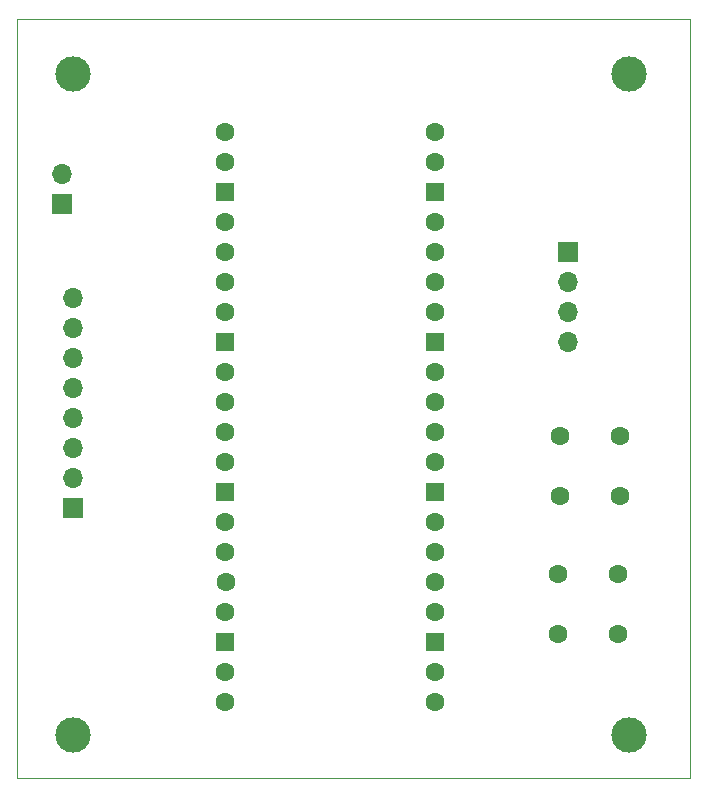
<source format=gbr>
%TF.GenerationSoftware,KiCad,Pcbnew,7.0.10*%
%TF.CreationDate,2024-03-20T10:30:33+05:30*%
%TF.ProjectId,TopSide_PCB,546f7053-6964-4655-9f50-43422e6b6963,rev?*%
%TF.SameCoordinates,Original*%
%TF.FileFunction,Soldermask,Bot*%
%TF.FilePolarity,Negative*%
%FSLAX46Y46*%
G04 Gerber Fmt 4.6, Leading zero omitted, Abs format (unit mm)*
G04 Created by KiCad (PCBNEW 7.0.10) date 2024-03-20 10:30:33*
%MOMM*%
%LPD*%
G01*
G04 APERTURE LIST*
G04 Aperture macros list*
%AMRoundRect*
0 Rectangle with rounded corners*
0 $1 Rounding radius*
0 $2 $3 $4 $5 $6 $7 $8 $9 X,Y pos of 4 corners*
0 Add a 4 corners polygon primitive as box body*
4,1,4,$2,$3,$4,$5,$6,$7,$8,$9,$2,$3,0*
0 Add four circle primitives for the rounded corners*
1,1,$1+$1,$2,$3*
1,1,$1+$1,$4,$5*
1,1,$1+$1,$6,$7*
1,1,$1+$1,$8,$9*
0 Add four rect primitives between the rounded corners*
20,1,$1+$1,$2,$3,$4,$5,0*
20,1,$1+$1,$4,$5,$6,$7,0*
20,1,$1+$1,$6,$7,$8,$9,0*
20,1,$1+$1,$8,$9,$2,$3,0*%
G04 Aperture macros list end*
%ADD10C,3.000000*%
%ADD11C,1.600000*%
%ADD12RoundRect,0.200000X-0.600000X-0.600000X0.600000X-0.600000X0.600000X0.600000X-0.600000X0.600000X0*%
%ADD13R,1.700000X1.700000*%
%ADD14O,1.700000X1.700000*%
%TA.AperFunction,Profile*%
%ADD15C,0.100000*%
%TD*%
G04 APERTURE END LIST*
D10*
%TO.C,H4*%
X154000000Y-26000000D03*
%TD*%
%TO.C,H3*%
X154000000Y-82000000D03*
%TD*%
%TO.C,H2*%
X107000000Y-82000000D03*
%TD*%
%TO.C,H1*%
X107000000Y-26000000D03*
%TD*%
D11*
%TO.C,U1*%
X119837200Y-30886400D03*
X119837200Y-33426400D03*
D12*
X119837200Y-35966400D03*
D11*
X119837200Y-38506400D03*
X119837200Y-41046400D03*
X119837200Y-43586400D03*
X119837200Y-46126400D03*
D12*
X119837200Y-48666400D03*
D11*
X119837200Y-51206400D03*
X119837200Y-53746400D03*
X119837200Y-56286400D03*
X119837200Y-58826400D03*
D12*
X119837200Y-61366400D03*
D11*
X119837200Y-63906400D03*
X119837200Y-66446400D03*
X119879081Y-68986400D03*
X119837200Y-71526400D03*
D12*
X119837200Y-74066400D03*
D11*
X119837200Y-76606400D03*
X119837200Y-79146400D03*
X137617200Y-79146400D03*
X137617200Y-76606400D03*
D12*
X137617200Y-74066400D03*
D11*
X137617200Y-71526400D03*
X137617200Y-68986400D03*
X137617200Y-66446400D03*
X137617200Y-63906400D03*
D12*
X137617200Y-61366400D03*
D11*
X137617200Y-58826400D03*
X137617200Y-56286400D03*
X137617200Y-53746400D03*
X137617200Y-51206400D03*
D12*
X137617200Y-48666400D03*
D11*
X137617200Y-46126400D03*
X137617200Y-43586400D03*
X137617200Y-41046400D03*
X137617200Y-38506400D03*
D12*
X137617200Y-35966400D03*
D11*
X137617200Y-33426400D03*
X137617200Y-30886400D03*
%TD*%
D13*
%TO.C,U2*%
X148857600Y-41054000D03*
D14*
X148857600Y-43594000D03*
X148857600Y-46134000D03*
X148857600Y-48674000D03*
%TD*%
D11*
%TO.C,B2*%
X148011310Y-68302873D03*
X148011310Y-73382873D03*
X153091310Y-73382873D03*
X153091310Y-68302873D03*
%TD*%
D13*
%TO.C,J2*%
X106033200Y-36980000D03*
D14*
X106033200Y-34440000D03*
%TD*%
D13*
%TO.C,J1*%
X107000000Y-62780000D03*
D14*
X107000000Y-60240000D03*
X107000000Y-57700000D03*
X107000000Y-55160000D03*
X107000000Y-52620000D03*
X107000000Y-50080000D03*
X107000000Y-47540000D03*
X107000000Y-45000000D03*
%TD*%
D11*
%TO.C,B1*%
X148214510Y-56618873D03*
X148214510Y-61698873D03*
X153294510Y-61698873D03*
X153294510Y-56618873D03*
%TD*%
D15*
X102260400Y-21386800D02*
X159207200Y-21386800D01*
X159207200Y-85648800D01*
X102260400Y-85648800D01*
X102260400Y-21386800D01*
M02*

</source>
